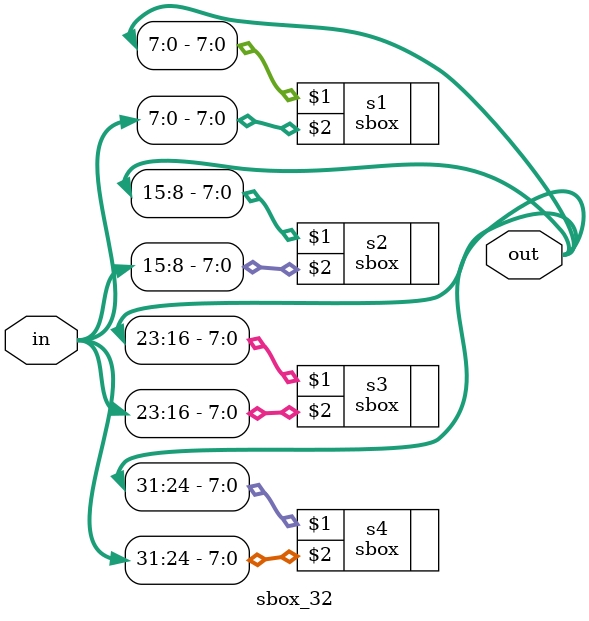
<source format=v>
module sbox_32 (output reg [31:0] out,input [31:0] in);
sbox s1(out[7:0],in[7:0]);
sbox s2(out[15:8],in[15:8]);
sbox s3(out[23:16],in[23:16]);
sbox s4(out[31:24],in[31:24]);
endmodule

</source>
